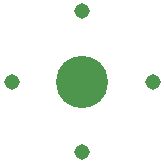
<source format=gts>
G75*
G70*
%OFA0B0*%
%FSLAX24Y24*%
%IPPOS*%
%LPD*%
%AMOC8*
5,1,8,0,0,1.08239X$1,22.5*
%
%ADD10C,0.1740*%
%ADD11C,0.0516*%
D10*
X035551Y010151D03*
D11*
X033201Y010151D03*
X037901Y010151D03*
X035551Y007801D03*
X035551Y012501D03*
M02*

</source>
